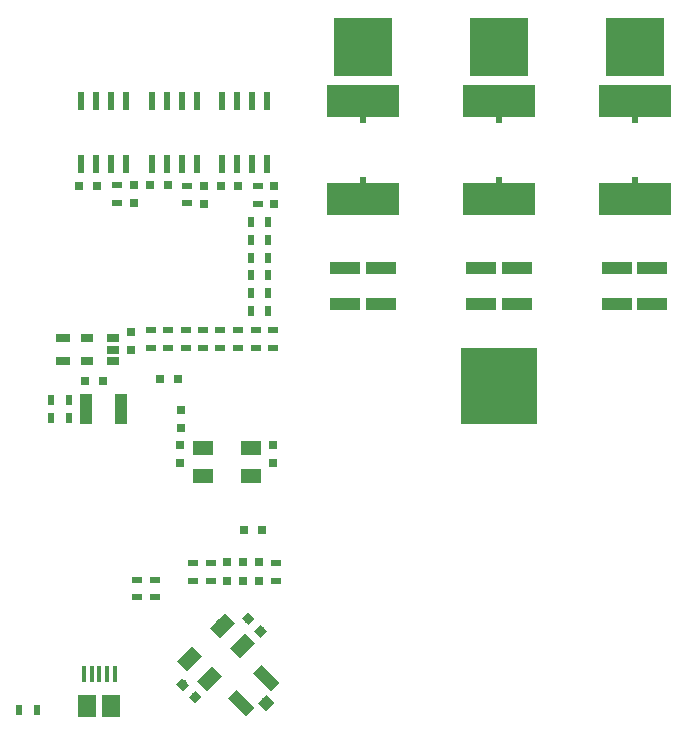
<source format=gbr>
G04 #@! TF.GenerationSoftware,KiCad,Pcbnew,(2017-08-25 revision dd37d0595)-makepkg*
G04 #@! TF.CreationDate,2018-04-16T21:33:21-04:00*
G04 #@! TF.ProjectId,VESC_6.4,564553435F362E342E6B696361645F70,rev?*
G04 #@! TF.SameCoordinates,Original*
G04 #@! TF.FileFunction,Paste,Bot*
G04 #@! TF.FilePolarity,Positive*
%FSLAX46Y46*%
G04 Gerber Fmt 4.6, Leading zero omitted, Abs format (unit mm)*
G04 Created by KiCad (PCBNEW (2017-08-25 revision dd37d0595)-makepkg) date 04/16/18 21:33:21*
%MOMM*%
%LPD*%
G01*
G04 APERTURE LIST*
%ADD10R,0.600000X0.600000*%
%ADD11R,6.200000X2.700000*%
%ADD12R,1.500000X1.900000*%
%ADD13R,0.400000X1.350000*%
%ADD14R,6.500000X6.500000*%
%ADD15R,5.000000X5.000000*%
%ADD16R,0.750000X0.800000*%
%ADD17R,0.800000X0.750000*%
%ADD18R,1.000000X2.500000*%
%ADD19R,2.500000X1.000000*%
%ADD20C,0.750000*%
%ADD21C,0.100000*%
%ADD22R,0.800000X0.800000*%
%ADD23R,1.300000X0.700000*%
%ADD24R,0.500000X0.900000*%
%ADD25R,0.900000X0.500000*%
%ADD26R,0.600000X1.550000*%
%ADD27C,1.000000*%
%ADD28R,1.800000X1.200000*%
%ADD29C,1.200000*%
%ADD30R,1.060000X0.650000*%
G04 APERTURE END LIST*
D10*
X166707400Y-73564900D03*
X166707400Y-78644900D03*
D11*
X166707400Y-80254900D03*
X166707400Y-71954900D03*
D12*
X133872480Y-123182900D03*
D13*
X132872480Y-120482900D03*
X132222480Y-120482900D03*
X131572480Y-120482900D03*
X134172480Y-120482900D03*
X133522480Y-120482900D03*
D12*
X131872480Y-123182900D03*
D14*
X166707400Y-96104900D03*
D15*
X178207400Y-67354900D03*
X166707400Y-67354900D03*
X155207400Y-67354900D03*
D16*
X147599400Y-102553200D03*
X147599400Y-101053200D03*
D17*
X138035600Y-95453200D03*
X139535600Y-95453200D03*
D16*
X139766040Y-99627120D03*
X139766040Y-98127120D03*
X139738100Y-102553200D03*
X139738100Y-101053200D03*
D17*
X146646900Y-108267500D03*
X145146900Y-108267500D03*
D16*
X135585200Y-91477400D03*
X135585200Y-92977400D03*
D17*
X131647500Y-95618300D03*
X133147500Y-95618300D03*
D18*
X134748400Y-97993200D03*
X131748400Y-97993200D03*
D17*
X143153700Y-79121000D03*
X144653700Y-79121000D03*
D16*
X147695402Y-79133000D03*
X147695402Y-80633000D03*
X141777202Y-79120300D03*
X141777202Y-80620300D03*
X135770102Y-80582200D03*
X135770102Y-79082200D03*
D19*
X156707400Y-86104900D03*
X156707400Y-89104900D03*
X153707400Y-89104900D03*
X153707400Y-86104900D03*
D17*
X138659300Y-79070200D03*
X137159300Y-79070200D03*
D19*
X168207400Y-86104900D03*
X168207400Y-89104900D03*
X165207400Y-89104900D03*
X165207400Y-86104900D03*
D17*
X131152200Y-79095600D03*
X132652200Y-79095600D03*
D19*
X176707400Y-86104900D03*
X176707400Y-89104900D03*
X179707400Y-89104900D03*
X179707400Y-86104900D03*
D20*
X140979630Y-122399530D03*
D21*
G36*
X141527638Y-122417208D02*
X140997308Y-122947538D01*
X140431622Y-122381852D01*
X140961952Y-121851522D01*
X141527638Y-122417208D01*
X141527638Y-122417208D01*
G37*
D20*
X139918970Y-121338870D03*
D21*
G36*
X140466978Y-121356548D02*
X139936648Y-121886878D01*
X139370962Y-121321192D01*
X139901292Y-120790862D01*
X140466978Y-121356548D01*
X140466978Y-121356548D01*
G37*
D20*
X146532600Y-116827300D03*
D21*
G36*
X145984592Y-116809622D02*
X146514922Y-116279292D01*
X147080608Y-116844978D01*
X146550278Y-117375308D01*
X145984592Y-116809622D01*
X145984592Y-116809622D01*
G37*
D20*
X145471940Y-115766640D03*
D21*
G36*
X144923932Y-115748962D02*
X145454262Y-115218632D01*
X146019948Y-115784318D01*
X145489618Y-116314648D01*
X144923932Y-115748962D01*
X144923932Y-115748962D01*
G37*
D22*
X146418300Y-110985400D03*
X146418300Y-112585400D03*
X143687800Y-112585400D03*
X143687800Y-110985400D03*
X145046700Y-112585400D03*
X145046700Y-110985400D03*
D23*
X129832100Y-93914000D03*
X129832100Y-92014000D03*
D24*
X127602680Y-123520200D03*
X126102680Y-123520200D03*
D25*
X136105900Y-112457800D03*
X136105900Y-113957800D03*
X137591800Y-113957800D03*
X137591800Y-112457800D03*
X147828000Y-112573500D03*
X147828000Y-111073500D03*
X142290800Y-111086200D03*
X142290800Y-112586200D03*
X140817600Y-112586200D03*
X140817600Y-111086200D03*
X147579310Y-91325000D03*
X147579310Y-92825000D03*
X146100800Y-92825000D03*
X146100800Y-91325000D03*
X137212272Y-91327304D03*
X137212272Y-92827304D03*
X138710872Y-92827304D03*
X138710872Y-91327304D03*
X140182100Y-91324626D03*
X140182100Y-92824626D03*
X141655300Y-92824626D03*
X141655300Y-91324626D03*
X143131047Y-92817555D03*
X143131047Y-91317555D03*
X144616947Y-91317555D03*
X144616947Y-92817555D03*
X146278600Y-79133000D03*
X146278600Y-80633000D03*
X140335000Y-79107600D03*
X140335000Y-80607600D03*
X134340600Y-79082200D03*
X134340600Y-80582200D03*
D24*
X145681000Y-82184498D03*
X147181000Y-82184498D03*
X145681000Y-83705700D03*
X147181000Y-83705700D03*
X147181700Y-85204300D03*
X145681700Y-85204300D03*
X145681000Y-86702900D03*
X147181000Y-86702900D03*
X145681000Y-88201500D03*
X147181000Y-88201500D03*
X147181000Y-89712800D03*
X145681000Y-89712800D03*
X130315400Y-97282000D03*
X128815400Y-97282000D03*
X128814402Y-98749728D03*
X130314402Y-98749728D03*
D26*
X143302400Y-77304900D03*
X144572400Y-77304900D03*
X145842400Y-77304900D03*
X147112400Y-77304900D03*
X147112400Y-71904900D03*
X145842400Y-71904900D03*
X144572400Y-71904900D03*
X143302400Y-71904900D03*
X137302400Y-71904900D03*
X138572400Y-71904900D03*
X139842400Y-71904900D03*
X141112400Y-71904900D03*
X141112400Y-77304900D03*
X139842400Y-77304900D03*
X138572400Y-77304900D03*
X137302400Y-77304900D03*
X131302400Y-77304900D03*
X132572400Y-77304900D03*
X133842400Y-77304900D03*
X135112400Y-77304900D03*
X135112400Y-71904900D03*
X133842400Y-71904900D03*
X132572400Y-71904900D03*
X131302400Y-71904900D03*
D27*
X147018060Y-122915560D03*
D21*
G36*
X147725167Y-122915560D02*
X147018060Y-123622667D01*
X146310953Y-122915560D01*
X147018060Y-122208453D01*
X147725167Y-122915560D01*
X147725167Y-122915560D01*
G37*
D27*
X147018060Y-120794240D03*
D21*
G36*
X148149431Y-121218504D02*
X147442324Y-121925611D01*
X145886689Y-120369976D01*
X146593796Y-119662869D01*
X148149431Y-121218504D01*
X148149431Y-121218504D01*
G37*
D27*
X144896740Y-122915560D03*
D21*
G36*
X146028111Y-123339824D02*
X145321004Y-124046931D01*
X143765369Y-122491296D01*
X144472476Y-121784189D01*
X146028111Y-123339824D01*
X146028111Y-123339824D01*
G37*
D28*
X145675100Y-103701700D03*
X141675100Y-103701700D03*
X141675100Y-101301700D03*
X145675100Y-101301700D03*
D29*
X142169615Y-120855342D03*
D21*
G36*
X141957483Y-121916002D02*
X141108955Y-121067474D01*
X142381747Y-119794682D01*
X143230275Y-120643210D01*
X141957483Y-121916002D01*
X141957483Y-121916002D01*
G37*
D29*
X144998042Y-118026915D03*
D21*
G36*
X144785910Y-119087575D02*
X143937382Y-118239047D01*
X145210174Y-116966255D01*
X146058702Y-117814783D01*
X144785910Y-119087575D01*
X144785910Y-119087575D01*
G37*
D29*
X143300985Y-116329858D03*
D21*
G36*
X143088853Y-117390518D02*
X142240325Y-116541990D01*
X143513117Y-115269198D01*
X144361645Y-116117726D01*
X143088853Y-117390518D01*
X143088853Y-117390518D01*
G37*
D29*
X140472558Y-119158285D03*
D21*
G36*
X140260426Y-120218945D02*
X139411898Y-119370417D01*
X140684690Y-118097625D01*
X141533218Y-118946153D01*
X140260426Y-120218945D01*
X140260426Y-120218945D01*
G37*
D11*
X155207400Y-71954900D03*
X155207400Y-80254900D03*
D10*
X155207400Y-78644900D03*
X155207400Y-73564900D03*
D11*
X178207400Y-71954900D03*
X178207400Y-80254900D03*
D10*
X178207400Y-78644900D03*
X178207400Y-73564900D03*
D30*
X131805500Y-92026700D03*
X131805500Y-93926700D03*
X134005500Y-93926700D03*
X134005500Y-92976700D03*
X134005500Y-92026700D03*
M02*

</source>
